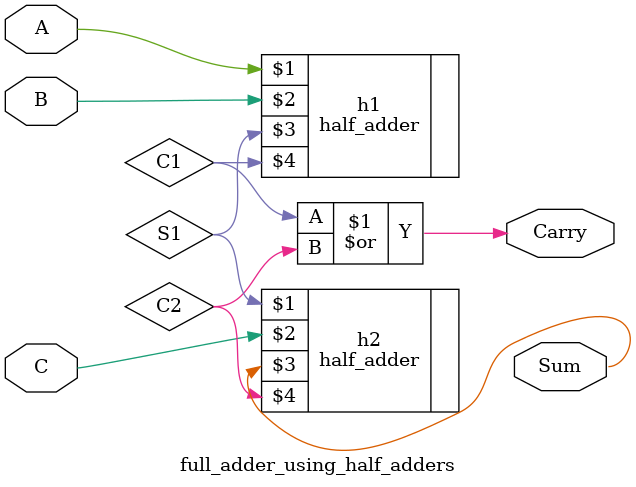
<source format=v>

module full_adder_using_half_adders(input A,B,C, output Sum,Carry);
  wire S1,C1,C2;
  half_adder h1(A,B,S1, C1);
  half_adder h2(S1, C, Sum, C2);
  assign Carry = C1 | C2;
endmodule

</source>
